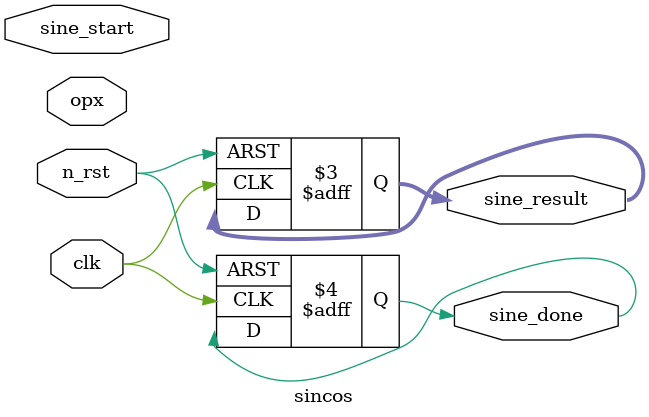
<source format=sv>

module sincos(
input wire clk, n_rst, sine_start,
input reg [0:31] opx,
output reg [0:31] sine_result,
output wire sine_done
);


always_ff @ (posedge clk, negedge n_rst) 
begin
 if (n_rst == 0) begin
    sine_result <= 0;
    sine_done = 0;
    end
end


// have to get it under pi... x = x%pi wouuld work? .. negatives?
// sin(x) = x - x^3/3! + x^5/5! - x^7/7! + x^9/9! - x^11/11!
// sin(x) = x - x**3/6 + x^5/120 - x^7/5040 + x^9/362880 - x^11/39916800
 
// cos(x) = 1 - x^2/2! + x^4/4! - x^6/6! + x^8/8! - x^10/10!
// cos(x) = 1 - x^2/2  + x^2/24 - x^6/720 + x^8/40320 - x^10/3628800

endmodule
</source>
